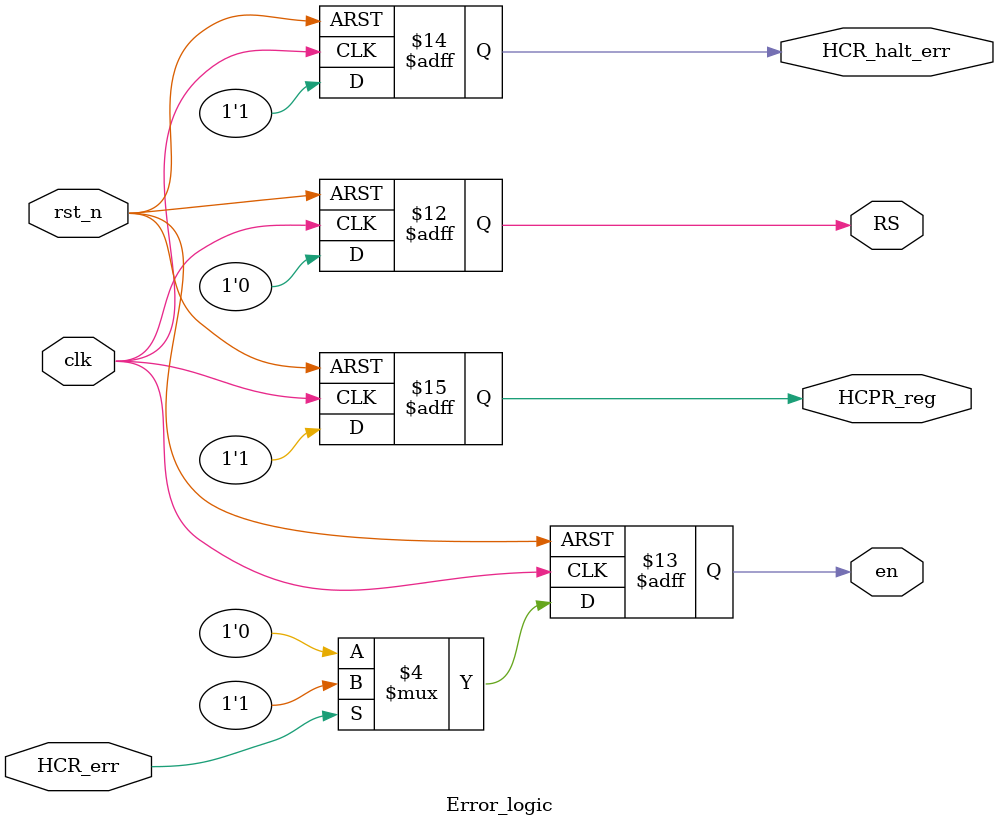
<source format=v>
module Error_logic (
	input	wire	clk,rst_n,
	input	wire	HCR_err,		//Host Controller error from fsm
	output 	reg 	RS,
	output  reg     en,
	output	reg 	HCR_halt_err,
	output	reg		HCPR_reg		//Host Controller Process Error bit in register file
	);

always @(posedge clk or negedge rst_n) begin
	if (!rst_n) begin
	//Default values
		RS <= 0;
		HCR_halt_err <= 1;
		HCPR_reg <= 0;
		en <= 0;
	end
	else if (HCR_err) begin
		RS <= 0;
		HCR_halt_err <= 1;
		HCPR_reg <= 1;
		en <= 1;
	end
	else begin
		RS <= 0;
		HCR_halt_err <= 1;
		HCPR_reg <= 1;
		en <= 0;
	end
end

endmodule

</source>
